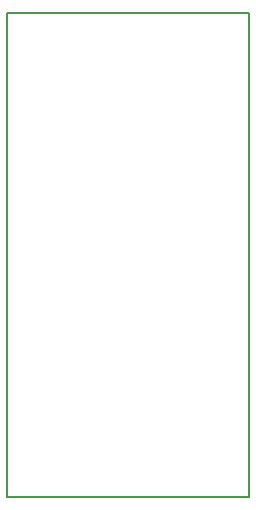
<source format=gko>
G04 #@! TF.FileFunction,Profile,NP*
%FSLAX46Y46*%
G04 Gerber Fmt 4.6, Leading zero omitted, Abs format (unit mm)*
G04 Created by KiCad (PCBNEW 4.0.6+dfsg1-1) date Thu Mar 15 12:50:15 2018*
%MOMM*%
%LPD*%
G01*
G04 APERTURE LIST*
%ADD10C,0.100000*%
%ADD11C,0.150000*%
G04 APERTURE END LIST*
D10*
D11*
X118000000Y-40500000D02*
X118000000Y-81500000D01*
X118500000Y-40500000D02*
X118000000Y-40500000D01*
X138500000Y-40500000D02*
X118500000Y-40500000D01*
X138500000Y-81500000D02*
X138500000Y-40500000D01*
X118000000Y-81500000D02*
X138500000Y-81500000D01*
M02*

</source>
